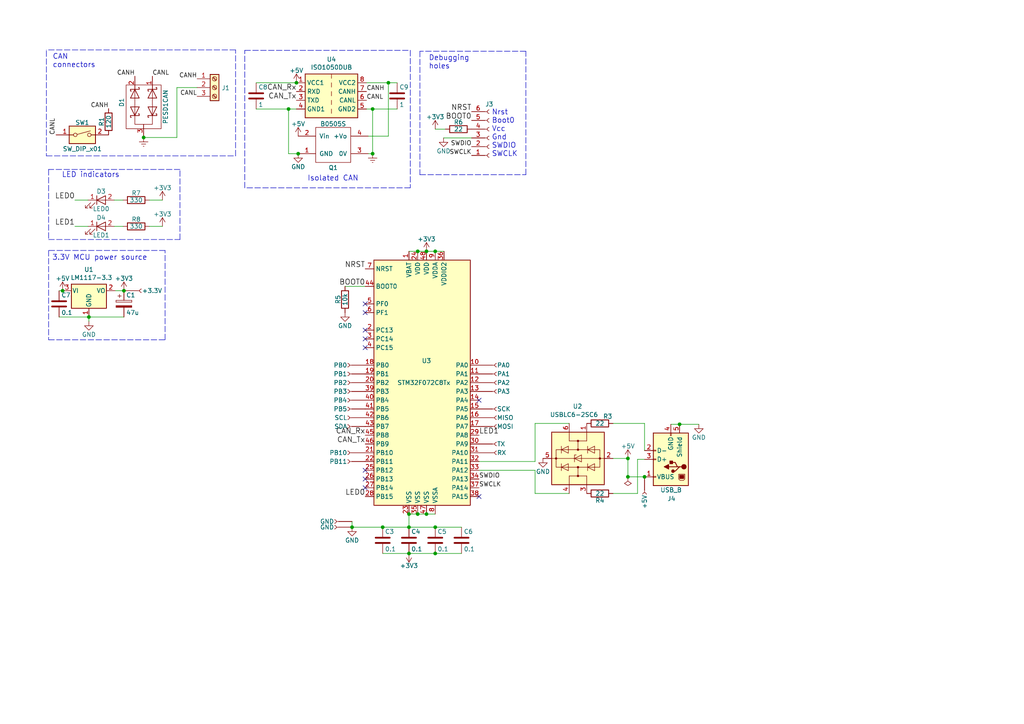
<source format=kicad_sch>
(kicad_sch (version 20211123) (generator eeschema)
  (paper "A4")
  (title_block (title "STM32F0x2 based USB<>CAN converter (isolated)") (company "SAO RAS"))
  (lib_symbols
    (symbol "Connector:Conn_01x01_Female" (pin_numbers hide) (pin_names (offset 1.016) hide)
      (property "Reference" "J" (at 0 2.54 0))
      (property "Value" "Conn_01x01_Female" (at 0 -2.54 0))
      (symbol "Conn_01x01_Female_1_1"
        (polyline (pts (xy -1.27 0) (xy -0.508 0)) (stroke (width 0.1524)))
        (arc (start 0 0.508) (mid -0.508 0) (end 0 -0.508) (stroke (width 0.1524)))
        (pin passive line (at -5.08 0 0) (length 3.81) (name "Pin_1") (number "1"))
      )
    )
    (symbol "Connector:Conn_01x06_Female" (pin_names (offset 1.016) hide)
      (property "Reference" "J" (at 0 7.62 0))
      (property "Value" "Conn_01x06_Female" (at 0 -10.16 0))
      (symbol "Conn_01x06_Female_1_1"
        (arc (start 0 -7.112) (mid -0.508 -7.62) (end 0 -8.128) (stroke (width 0.1524)))
        (arc (start 0 -4.572) (mid -0.508 -5.08) (end 0 -5.588) (stroke (width 0.1524)))
        (arc (start 0 -2.032) (mid -0.508 -2.54) (end 0 -3.048) (stroke (width 0.1524)))
        (polyline (pts (xy -1.27 -7.62) (xy -0.508 -7.62)) (stroke (width 0.1524)))
        (polyline (pts (xy -1.27 -5.08) (xy -0.508 -5.08)) (stroke (width 0.1524)))
        (polyline (pts (xy -1.27 -2.54) (xy -0.508 -2.54)) (stroke (width 0.1524)))
        (polyline (pts (xy -1.27 0) (xy -0.508 0)) (stroke (width 0.1524)))
        (polyline (pts (xy -1.27 2.54) (xy -0.508 2.54)) (stroke (width 0.1524)))
        (polyline (pts (xy -1.27 5.08) (xy -0.508 5.08)) (stroke (width 0.1524)))
        (arc (start 0 0.508) (mid -0.508 0) (end 0 -0.508) (stroke (width 0.1524)))
        (arc (start 0 3.048) (mid -0.508 2.54) (end 0 2.032) (stroke (width 0.1524)))
        (arc (start 0 5.588) (mid -0.508 5.08) (end 0 4.572) (stroke (width 0.1524)))
        (pin passive line (at -5.08 5.08 0) (length 3.81) (name "Pin_1") (number "1"))
        (pin passive line (at -5.08 2.54 0) (length 3.81) (name "Pin_2") (number "2"))
        (pin passive line (at -5.08 0 0) (length 3.81) (name "Pin_3") (number "3"))
        (pin passive line (at -5.08 -2.54 0) (length 3.81) (name "Pin_4") (number "4"))
        (pin passive line (at -5.08 -5.08 0) (length 3.81) (name "Pin_5") (number "5"))
        (pin passive line (at -5.08 -7.62 0) (length 3.81) (name "Pin_6") (number "6"))
      )
    )
    (symbol "Connector:Screw_Terminal_01x03" (pin_names (offset 1.016) hide)
      (property "Reference" "J" (at 0 5.08 0))
      (property "Value" "Screw_Terminal_01x03" (at 0 -5.08 0))
      (symbol "Screw_Terminal_01x03_1_1"
        (rectangle (start -1.27 3.81) (end 1.27 -3.81) (stroke (width 0.254)) (fill (type background)))
        (circle (center 0 -2.54) (radius 0.635) (stroke (width 0.1524)))
        (polyline (pts (xy -0.5334 -2.2098) (xy 0.3302 -3.048)) (stroke (width 0.1524)))
        (polyline (pts (xy -0.5334 0.3302) (xy 0.3302 -0.508)) (stroke (width 0.1524)))
        (polyline (pts (xy -0.5334 2.8702) (xy 0.3302 2.032)) (stroke (width 0.1524)))
        (polyline (pts (xy -0.3556 -2.032) (xy 0.508 -2.8702)) (stroke (width 0.1524)))
        (polyline (pts (xy -0.3556 0.508) (xy 0.508 -0.3302)) (stroke (width 0.1524)))
        (polyline (pts (xy -0.3556 3.048) (xy 0.508 2.2098)) (stroke (width 0.1524)))
        (circle (center 0 0) (radius 0.635) (stroke (width 0.1524)))
        (circle (center 0 2.54) (radius 0.635) (stroke (width 0.1524)))
        (pin passive line (at -5.08 2.54 0) (length 3.81) (name "Pin_1") (number "1"))
        (pin passive line (at -5.08 0 0) (length 3.81) (name "Pin_2") (number "2"))
        (pin passive line (at -5.08 -2.54 0) (length 3.81) (name "Pin_3") (number "3"))
      )
    )
    (symbol "Connector:USB_B" (pin_names (offset 1.016))
      (property "Reference" "J" (at -5.08 11.43 0))
      (property "Value" "USB_B" (at -5.08 8.89 0))
      (symbol "USB_B_0_1"
        (rectangle (start -5.08 -7.62) (end 5.08 7.62) (stroke (width 0.254)) (fill (type background)))
        (circle (center -3.81 2.159) (radius 0.635) (stroke (width 0.254)) (fill (type outline)))
        (rectangle (start -3.81 5.588) (end -2.54 4.572) (fill (type outline)))
        (circle (center -0.635 3.429) (radius 0.381) (stroke (width 0.254)) (fill (type outline)))
        (rectangle (start -0.127 -7.62) (end 0.127 -6.858))
        (polyline (pts (xy -1.905 2.159) (xy 0.635 2.159)) (stroke (width 0.254)))
        (polyline (pts (xy -3.175 2.159) (xy -2.54 2.159) (xy -1.27 3.429) (xy -0.635 3.429)) (stroke (width 0.254)))
        (polyline (pts (xy -2.54 2.159) (xy -1.905 2.159) (xy -1.27 0.889) (xy 0 0.889)) (stroke (width 0.254)))
        (polyline (pts (xy 0.635 2.794) (xy 0.635 1.524) (xy 1.905 2.159) (xy 0.635 2.794)) (stroke (width 0.254)) (fill (type outline)))
        (polyline (pts (xy -4.064 4.318) (xy -2.286 4.318) (xy -2.286 5.715) (xy -2.667 6.096) (xy -3.683 6.096) (xy -4.064 5.715) (xy -4.064 4.318)))
        (rectangle (start 0.254 1.27) (end -0.508 0.508) (stroke (width 0.254)) (fill (type outline)))
        (rectangle (start 5.08 -2.667) (end 4.318 -2.413))
        (rectangle (start 5.08 -0.127) (end 4.318 0.127))
        (rectangle (start 5.08 4.953) (end 4.318 5.207))
      )
      (symbol "USB_B_1_1"
        (pin power_out line (at 7.62 5.08 180) (length 2.54) (name "VBUS") (number "1"))
        (pin bidirectional line (at 7.62 -2.54 180) (length 2.54) (name "D-") (number "2"))
        (pin bidirectional line (at 7.62 0 180) (length 2.54) (name "D+") (number "3"))
        (pin power_out line (at 0 -10.16 90) (length 2.54) (name "GND") (number "4"))
        (pin passive line (at -2.54 -10.16 90) (length 2.54) (name "Shield") (number "5"))
      )
    )
    (symbol "Interface_CAN_LIN:ISO1050DUB"
      (property "Reference" "U" (at -6.35 6.35 0))
      (property "Value" "ISO1050DUB" (at 2.54 6.35 0))
      (symbol "ISO1050DUB_0_1"
        (rectangle (start -7.62 5.08) (end 7.62 -7.62) (stroke (width 0.254)) (fill (type background)))
        (polyline (pts (xy 0 -5.08) (xy 0 -6.35)))
        (polyline (pts (xy 0 -2.54) (xy 0 -3.81)))
        (polyline (pts (xy 0 0) (xy 0 -1.27)))
        (polyline (pts (xy 0 2.54) (xy 0 1.27)))
        (polyline (pts (xy 0 5.08) (xy 0 3.81)))
      )
      (symbol "ISO1050DUB_1_1"
        (pin power_in line (at -10.16 2.54 0) (length 2.54) (name "VCC1") (number "1"))
        (pin output line (at -10.16 0 0) (length 2.54) (name "RXD") (number "2"))
        (pin input line (at -10.16 -2.54 0) (length 2.54) (name "TXD") (number "3"))
        (pin power_in line (at -10.16 -5.08 0) (length 2.54) (name "GND1") (number "4"))
        (pin power_in line (at 10.16 -5.08 180) (length 2.54) (name "GND2") (number "5"))
        (pin bidirectional line (at 10.16 -2.54 180) (length 2.54) (name "CANL") (number "6"))
        (pin bidirectional line (at 10.16 0 180) (length 2.54) (name "CANH") (number "7"))
        (pin power_in line (at 10.16 2.54 180) (length 2.54) (name "VCC2") (number "8"))
      )
    )
    (symbol "MCU_ST_STM32F0:STM32F072C8Tx"
      (property "Reference" "U" (at -15.24 36.83 0))
      (property "Value" "STM32F072C8Tx" (at 7.62 36.83 0))
      (symbol "STM32F072C8Tx_0_1"
        (rectangle (start -15.24 -35.56) (end 12.7 35.56) (stroke (width 0.254)) (fill (type background)))
      )
      (symbol "STM32F072C8Tx_1_1"
        (pin power_in line (at -5.08 38.1 270) (length 2.54) (name "VBAT") (number "1"))
        (pin bidirectional line (at 15.24 5.08 180) (length 2.54) (name "PA0") (number "10"))
        (pin bidirectional line (at 15.24 2.54 180) (length 2.54) (name "PA1") (number "11"))
        (pin bidirectional line (at 15.24 0 180) (length 2.54) (name "PA2") (number "12"))
        (pin bidirectional line (at 15.24 -2.54 180) (length 2.54) (name "PA3") (number "13"))
        (pin bidirectional line (at 15.24 -5.08 180) (length 2.54) (name "PA4") (number "14"))
        (pin bidirectional line (at 15.24 -7.62 180) (length 2.54) (name "PA5") (number "15"))
        (pin bidirectional line (at 15.24 -10.16 180) (length 2.54) (name "PA6") (number "16"))
        (pin bidirectional line (at 15.24 -12.7 180) (length 2.54) (name "PA7") (number "17"))
        (pin bidirectional line (at -17.78 5.08 0) (length 2.54) (name "PB0") (number "18"))
        (pin bidirectional line (at -17.78 2.54 0) (length 2.54) (name "PB1") (number "19"))
        (pin bidirectional line (at -17.78 15.24 0) (length 2.54) (name "PC13") (number "2"))
        (pin bidirectional line (at -17.78 0 0) (length 2.54) (name "PB2") (number "20"))
        (pin bidirectional line (at -17.78 -20.32 0) (length 2.54) (name "PB10") (number "21"))
        (pin bidirectional line (at -17.78 -22.86 0) (length 2.54) (name "PB11") (number "22"))
        (pin power_in line (at -5.08 -38.1 90) (length 2.54) (name "VSS") (number "23"))
        (pin power_in line (at -2.54 38.1 270) (length 2.54) (name "VDD") (number "24"))
        (pin bidirectional line (at -17.78 -25.4 0) (length 2.54) (name "PB12") (number "25"))
        (pin bidirectional line (at -17.78 -27.94 0) (length 2.54) (name "PB13") (number "26"))
        (pin bidirectional line (at -17.78 -30.48 0) (length 2.54) (name "PB14") (number "27"))
        (pin bidirectional line (at -17.78 -33.02 0) (length 2.54) (name "PB15") (number "28"))
        (pin bidirectional line (at 15.24 -15.24 180) (length 2.54) (name "PA8") (number "29"))
        (pin bidirectional line (at -17.78 12.7 0) (length 2.54) (name "PC14") (number "3"))
        (pin bidirectional line (at 15.24 -17.78 180) (length 2.54) (name "PA9") (number "30"))
        (pin bidirectional line (at 15.24 -20.32 180) (length 2.54) (name "PA10") (number "31"))
        (pin bidirectional line (at 15.24 -22.86 180) (length 2.54) (name "PA11") (number "32"))
        (pin bidirectional line (at 15.24 -25.4 180) (length 2.54) (name "PA12") (number "33"))
        (pin bidirectional line (at 15.24 -27.94 180) (length 2.54) (name "PA13") (number "34"))
        (pin power_in line (at -2.54 -38.1 90) (length 2.54) (name "VSS") (number "35"))
        (pin power_in line (at 5.08 38.1 270) (length 2.54) (name "VDDIO2") (number "36"))
        (pin bidirectional line (at 15.24 -30.48 180) (length 2.54) (name "PA14") (number "37"))
        (pin bidirectional line (at 15.24 -33.02 180) (length 2.54) (name "PA15") (number "38"))
        (pin bidirectional line (at -17.78 -2.54 0) (length 2.54) (name "PB3") (number "39"))
        (pin bidirectional line (at -17.78 10.16 0) (length 2.54) (name "PC15") (number "4"))
        (pin bidirectional line (at -17.78 -5.08 0) (length 2.54) (name "PB4") (number "40"))
        (pin bidirectional line (at -17.78 -7.62 0) (length 2.54) (name "PB5") (number "41"))
        (pin bidirectional line (at -17.78 -10.16 0) (length 2.54) (name "PB6") (number "42"))
        (pin bidirectional line (at -17.78 -12.7 0) (length 2.54) (name "PB7") (number "43"))
        (pin input line (at -17.78 27.94 0) (length 2.54) (name "BOOT0") (number "44"))
        (pin bidirectional line (at -17.78 -15.24 0) (length 2.54) (name "PB8") (number "45"))
        (pin bidirectional line (at -17.78 -17.78 0) (length 2.54) (name "PB9") (number "46"))
        (pin power_in line (at 0 -38.1 90) (length 2.54) (name "VSS") (number "47"))
        (pin power_in line (at 0 38.1 270) (length 2.54) (name "VDD") (number "48"))
        (pin input line (at -17.78 22.86 0) (length 2.54) (name "PF0") (number "5"))
        (pin input line (at -17.78 20.32 0) (length 2.54) (name "PF1") (number "6"))
        (pin input line (at -17.78 33.02 0) (length 2.54) (name "NRST") (number "7"))
        (pin power_in line (at 2.54 -38.1 90) (length 2.54) (name "VSSA") (number "8"))
        (pin power_in line (at 2.54 38.1 270) (length 2.54) (name "VDDA") (number "9"))
      )
    )
    (symbol "Power_Protection:USBLC6-2SC6" (pin_names hide)
      (property "Reference" "U" (at 2.54 8.89 0))
      (property "Value" "USBLC6-2SC6" (at 2.54 -8.89 0))
      (symbol "USBLC6-2SC6_0_1"
        (rectangle (start -7.62 -7.62) (end 7.62 7.62) (stroke (width 0.254)) (fill (type background)))
        (circle (center -5.08 0) (radius 0.254) (fill (type outline)))
        (circle (center -2.54 0) (radius 0.254) (fill (type outline)))
        (rectangle (start -2.54 6.35) (end 2.54 -6.35))
        (circle (center 0 -6.35) (radius 0.254) (fill (type outline)))
        (polyline (pts (xy -5.08 -2.54) (xy -7.62 -2.54)))
        (polyline (pts (xy -5.08 0) (xy -5.08 -2.54)))
        (polyline (pts (xy -5.08 2.54) (xy -7.62 2.54)))
        (polyline (pts (xy -1.524 -2.794) (xy -3.556 -2.794)))
        (polyline (pts (xy -1.524 4.826) (xy -3.556 4.826)))
        (polyline (pts (xy 0 -7.62) (xy 0 -6.35)))
        (polyline (pts (xy 0 -6.35) (xy 0 1.27)))
        (polyline (pts (xy 0 1.27) (xy 0 6.35)))
        (polyline (pts (xy 0 6.35) (xy 0 7.62)))
        (polyline (pts (xy 1.524 -2.794) (xy 3.556 -2.794)))
        (polyline (pts (xy 1.524 4.826) (xy 3.556 4.826)))
        (polyline (pts (xy 5.08 -2.54) (xy 7.62 -2.54)))
        (polyline (pts (xy 5.08 0) (xy 5.08 -2.54)))
        (polyline (pts (xy 5.08 2.54) (xy 7.62 2.54)))
        (polyline (pts (xy -2.54 0) (xy -5.08 0) (xy -5.08 2.54)))
        (polyline (pts (xy 2.54 0) (xy 5.08 0) (xy 5.08 2.54)))
        (polyline (pts (xy -3.556 -4.826) (xy -1.524 -4.826) (xy -2.54 -2.794) (xy -3.556 -4.826)))
        (polyline (pts (xy -3.556 2.794) (xy -1.524 2.794) (xy -2.54 4.826) (xy -3.556 2.794)))
        (polyline (pts (xy -1.016 -1.016) (xy 1.016 -1.016) (xy 0 1.016) (xy -1.016 -1.016)))
        (polyline (pts (xy 1.016 1.016) (xy 0.762 1.016) (xy -1.016 1.016) (xy -1.016 0.508)))
        (polyline (pts (xy 3.556 -4.826) (xy 1.524 -4.826) (xy 2.54 -2.794) (xy 3.556 -4.826)))
        (polyline (pts (xy 3.556 2.794) (xy 1.524 2.794) (xy 2.54 4.826) (xy 3.556 2.794)))
        (circle (center 0 6.35) (radius 0.254) (fill (type outline)))
        (circle (center 2.54 0) (radius 0.254) (fill (type outline)))
        (circle (center 5.08 0) (radius 0.254) (fill (type outline)))
      )
      (symbol "USBLC6-2SC6_1_1"
        (pin passive line (at -10.16 -2.54 0) (length 2.54) (name "I/O1") (number "1"))
        (pin passive line (at 0 -10.16 90) (length 2.54) (name "GND") (number "2"))
        (pin passive line (at 10.16 -2.54 180) (length 2.54) (name "I/O2") (number "3"))
        (pin passive line (at 10.16 2.54 180) (length 2.54) (name "I/O2") (number "4"))
        (pin passive line (at 0 10.16 270) (length 2.54) (name "VBUS") (number "5"))
        (pin passive line (at -10.16 2.54 0) (length 2.54) (name "I/O1") (number "6"))
      )
    )
    (symbol "Regulator_Linear:LM1117-3.3" (pin_names (offset 0.254))
      (property "Reference" "U" (at -3.81 3.175 0))
      (property "Value" "LM1117-3.3" (at 0 3.175 0))
      (symbol "LM1117-3.3_0_1"
        (rectangle (start -5.08 -5.08) (end 5.08 1.905) (stroke (width 0.254)) (fill (type background)))
      )
      (symbol "LM1117-3.3_1_1"
        (pin power_in line (at 0 -7.62 90) (length 2.54) (name "GND") (number "1"))
        (pin power_out line (at 7.62 0 180) (length 2.54) (name "VO") (number "2"))
        (pin power_in line (at -7.62 0 0) (length 2.54) (name "VI") (number "3"))
      )
    )
    (symbol "Switch:SW_DIP_x01" (pin_names (offset 0) hide)
      (property "Reference" "SW" (at 0 3.81 0))
      (property "Value" "SW_DIP_x01" (at 0 -3.81 0))
      (symbol "SW_DIP_x01_0_0"
        (circle (center -2.032 0) (radius 0.508))
        (polyline (pts (xy -1.524 0.127) (xy 2.3622 1.1684)))
        (circle (center 2.032 0) (radius 0.508))
      )
      (symbol "SW_DIP_x01_0_1"
        (rectangle (start -3.81 2.54) (end 3.81 -2.54) (stroke (width 0.254)) (fill (type background)))
      )
      (symbol "SW_DIP_x01_1_1"
        (pin passive line (at -7.62 0 0) (length 5.08) (name "~") (number "1"))
        (pin passive line (at 7.62 0 180) (length 5.08) (name "~") (number "2"))
      )
    )
    (symbol "elements:B0505S" (pin_names (offset 1.016))
      (property "Reference" "Q?" (at 0 6.35 0))
      (property "Value" "B0505S" (at 0 -6.35 0))
      (symbol "B0505S_0_1"
        (rectangle (start -5.08 5.08) (end 5.08 -5.08))
      )
      (symbol "B0505S_1_1"
        (pin power_in line (at -10.16 -2.54 0) (length 5.08) (name "GND") (number "1"))
        (pin power_in line (at -10.16 2.54 0) (length 5.08) (name "Vin") (number "2"))
        (pin power_out line (at 10.16 -2.54 180) (length 5.08) (name "0V") (number "3"))
        (pin power_out line (at 10.16 2.54 180) (length 5.08) (name "+Vo") (number "4"))
      )
    )
    (symbol "elements:PESD1CAN" (pin_names (offset 0.762) hide)
      (property "Reference" "D" (at 0 -8.89 0))
      (property "Value" "PESD1CAN" (at 1.27 3.81 0))
      (symbol "PESD1CAN_0_1"
        (rectangle (start -5.08 2.54) (end 7.62 -7.62))
        (polyline (pts (xy -3.556 -5.08) (xy 3.81 -5.08)))
        (polyline (pts (xy -3.556 0) (xy 3.81 0)))
        (polyline (pts (xy -3.81 -3.81) (xy -3.81 -6.35) (xy -3.81 -6.35)) (stroke (width 0.2032)))
        (polyline (pts (xy -3.81 1.27) (xy -3.81 -1.27) (xy -3.81 -1.27)) (stroke (width 0.2032)))
        (polyline (pts (xy 3.81 -3.81) (xy 3.81 -6.35) (xy 3.81 -6.35)) (stroke (width 0.2032)))
        (polyline (pts (xy 3.81 1.27) (xy 3.81 -1.27) (xy 3.81 -1.27)) (stroke (width 0.2032)))
        (polyline (pts (xy -3.81 -3.81) (xy -4.318 -3.81) (xy -4.318 -4.064) (xy -4.318 -4.064)) (stroke (width 0.2032)))
        (polyline (pts (xy -3.81 1.27) (xy -4.318 1.27) (xy -4.318 1.016) (xy -4.318 1.016)) (stroke (width 0.2032)))
        (polyline (pts (xy 3.81 -6.35) (xy 4.318 -6.35) (xy 4.318 -6.096) (xy 4.318 -6.096)) (stroke (width 0.2032)))
        (polyline (pts (xy 3.81 -3.81) (xy 3.302 -3.81) (xy 3.302 -4.064) (xy 3.302 -4.064)) (stroke (width 0.2032)))
        (polyline (pts (xy 3.81 -1.27) (xy 4.318 -1.27) (xy 4.318 -1.016) (xy 4.318 -1.016)) (stroke (width 0.2032)))
        (polyline (pts (xy 3.81 0) (xy 6.35 0) (xy 6.35 -5.08) (xy 3.81 -5.08)))
        (polyline (pts (xy 3.81 1.27) (xy 3.302 1.27) (xy 3.302 1.016) (xy 3.302 1.016)) (stroke (width 0.2032)))
        (polyline (pts (xy -3.302 -6.096) (xy -3.302 -6.35) (xy -3.81 -6.35) (xy -3.81 -6.35) (xy -3.81 -6.35)) (stroke (width 0.2032)))
        (polyline (pts (xy -3.302 -1.016) (xy -3.302 -1.27) (xy -3.81 -1.27) (xy -3.81 -1.27) (xy -3.81 -1.27)) (stroke (width 0.2032)))
        (polyline (pts (xy -1.27 -6.35) (xy -3.81 -5.08) (xy -1.27 -3.81) (xy -1.27 -6.35) (xy -1.27 -6.35) (xy -1.27 -6.35)) (stroke (width 0.2032)))
        (polyline (pts (xy -1.27 -1.27) (xy -3.81 0) (xy -1.27 1.27) (xy -1.27 -1.27) (xy -1.27 -1.27) (xy -1.27 -1.27)) (stroke (width 0.2032)))
        (polyline (pts (xy 1.27 -3.81) (xy 3.81 -5.08) (xy 1.27 -6.35) (xy 1.27 -3.81) (xy 1.27 -3.81) (xy 1.27 -3.81)) (stroke (width 0.2032)))
        (polyline (pts (xy 1.27 1.27) (xy 3.81 0) (xy 1.27 -1.27) (xy 1.27 1.27) (xy 1.27 1.27) (xy 1.27 1.27)) (stroke (width 0.2032)))
        (pin passive line (at -7.62 0 0) (length 3.81) (name "K") (number "1"))
        (pin passive line (at -7.62 -5.08 0) (length 3.81) (name "K") (number "2"))
        (pin passive line (at 10.16 -2.54 180) (length 3.81) (name "O") (number "3"))
      )
    )
    (symbol "power:Earth" (power) (pin_names (offset 0))
      (symbol "Earth_0_1"
        (polyline (pts (xy -0.635 -1.905) (xy 0.635 -1.905)))
        (polyline (pts (xy -0.127 -2.54) (xy 0.127 -2.54)))
        (polyline (pts (xy 0 -1.27) (xy 0 0)))
        (polyline (pts (xy 1.27 -1.27) (xy -1.27 -1.27)))
      )
      (symbol "Earth_1_1"
        (pin power_in line (at 0 0 270) (length 0) hide (name "Earth") (number "1"))
      )
    )
    (symbol "stm32-rescue:+3.3V" (power) (pin_names (offset 0))
      (property "Value" "+3.3V" (at 0 3.556 0))
      (symbol "+3.3V_0_1"
        (polyline (pts (xy -0.762 1.27) (xy 0 2.54)))
        (polyline (pts (xy 0 0) (xy 0 2.54)))
        (polyline (pts (xy 0 2.54) (xy 0.762 1.27)))
      )
      (symbol "+3.3V_1_1"
        (pin power_in line (at 0 0 90) (length 0) hide (name "+3V3") (number "1"))
      )
    )
    (symbol "stm32-rescue:+5V" (power) (pin_names (offset 0))
      (property "Value" "+5V" (at 0 3.556 0))
      (symbol "+5V_0_1"
        (polyline (pts (xy -0.762 1.27) (xy 0 2.54)))
        (polyline (pts (xy 0 0) (xy 0 2.54)))
        (polyline (pts (xy 0 2.54) (xy 0.762 1.27)))
      )
      (symbol "+5V_1_1"
        (pin power_in line (at 0 0 90) (length 0) hide (name "+5V") (number "1"))
      )
    )
    (symbol "stm32-rescue:C" (pin_numbers hide) (pin_names (offset 0.254))
      (property "Reference" "C" (at 0.635 2.54 0))
      (property "Value" "C" (at 0.635 -2.54 0))
      (symbol "C_0_1"
        (polyline (pts (xy -2.032 -0.762) (xy 2.032 -0.762)) (stroke (width 0.508)))
        (polyline (pts (xy -2.032 0.762) (xy 2.032 0.762)) (stroke (width 0.508)))
      )
      (symbol "C_1_1"
        (pin passive line (at 0 3.81 270) (length 2.794) (name "~") (number "1"))
        (pin passive line (at 0 -3.81 90) (length 2.794) (name "~") (number "2"))
      )
    )
    (symbol "stm32-rescue:CONN_01X01" (pin_names (offset 1.016) hide)
      (property "Reference" "J" (at 0 2.54 0))
      (property "Value" "CONN_01X01" (at 2.54 0 90))
      (symbol "CONN_01X01_0_1"
        (rectangle (start -1.27 0.127) (end 0.254 -0.127))
        (rectangle (start -1.27 1.27) (end 1.27 -1.27))
      )
      (symbol "CONN_01X01_1_1"
        (pin passive line (at -5.08 0 0) (length 3.81) (name "P1") (number "1"))
      )
    )
    (symbol "stm32-rescue:CP" (pin_numbers hide) (pin_names (offset 0.254))
      (property "Reference" "C" (at 0.635 2.54 0))
      (property "Value" "CP" (at 0.635 -2.54 0))
      (symbol "CP_0_1"
        (rectangle (start -2.286 0.508) (end -2.286 1.016))
        (rectangle (start -2.286 0.508) (end 2.286 0.508))
        (polyline (pts (xy -1.778 2.286) (xy -0.762 2.286)))
        (polyline (pts (xy -1.27 2.794) (xy -1.27 1.778)))
        (rectangle (start 2.286 -0.508) (end -2.286 -1.016) (fill (type outline)))
        (rectangle (start 2.286 1.016) (end -2.286 1.016))
        (rectangle (start 2.286 1.016) (end 2.286 0.508))
      )
      (symbol "CP_1_1"
        (pin passive line (at 0 3.81 270) (length 2.794) (name "~") (number "1"))
        (pin passive line (at 0 -3.81 90) (length 2.794) (name "~") (number "2"))
      )
    )
    (symbol "stm32-rescue:GND" (power) (pin_names (offset 0))
      (property "Value" "GND" (at 0 -3.81 0))
      (symbol "GND_0_1"
        (polyline (pts (xy 0 0) (xy 0 -1.27) (xy 1.27 -1.27) (xy 0 -2.54) (xy -1.27 -1.27) (xy 0 -1.27)))
      )
      (symbol "GND_1_1"
        (pin power_in line (at 0 0 270) (length 0) hide (name "GND") (number "1"))
      )
    )
    (symbol "stm32-rescue:LED-RESCUE-stm32" (pin_names (offset 1.016) hide)
      (property "Reference" "D" (at 0 2.54 0))
      (property "Value" "LED-RESCUE-stm32" (at 0 -2.54 0))
      (symbol "LED-RESCUE-stm32_0_1"
        (polyline (pts (xy -1.27 -1.27) (xy -1.27 1.27)) (stroke (width 0.2032)))
        (polyline (pts (xy -1.27 0) (xy 1.27 0)))
        (polyline (pts (xy 1.27 -1.27) (xy 1.27 1.27) (xy -1.27 0) (xy 1.27 -1.27)) (stroke (width 0.2032)))
        (polyline (pts (xy -3.048 -0.762) (xy -4.572 -2.286) (xy -3.81 -2.286) (xy -4.572 -2.286) (xy -4.572 -1.524)))
        (polyline (pts (xy -1.778 -0.762) (xy -3.302 -2.286) (xy -2.54 -2.286) (xy -3.302 -2.286) (xy -3.302 -1.524)))
      )
      (symbol "LED-RESCUE-stm32_1_1"
        (pin passive line (at -3.81 0 0) (length 2.54) (name "K") (number "1"))
        (pin passive line (at 3.81 0 180) (length 2.54) (name "A") (number "2"))
      )
    )
    (symbol "stm32-rescue:PWR_FLAG" (power) (pin_numbers hide) (pin_names (offset 0) hide)
      (property "Value" "PWR_FLAG" (at 0 3.81 0))
      (symbol "PWR_FLAG_0_0"
        (pin power_out line (at 0 0 90) (length 0) (name "pwr") (number "1"))
      )
      (symbol "PWR_FLAG_0_1"
        (polyline (pts (xy 0 0) (xy 0 1.27) (xy -1.016 1.905) (xy 0 2.54) (xy 1.016 1.905) (xy 0 1.27)))
      )
    )
    (symbol "stm32-rescue:R" (pin_numbers hide) (pin_names (offset 0))
      (property "Reference" "R" (at 2.032 0 90))
      (property "Value" "R" (at 0 0 90))
      (symbol "R_0_1"
        (rectangle (start -1.016 -2.54) (end 1.016 2.54) (stroke (width 0.254)))
      )
      (symbol "R_1_1"
        (pin passive line (at 0 3.81 270) (length 1.27) (name "~") (number "1"))
        (pin passive line (at 0 -3.81 90) (length 1.27) (name "~") (number "2"))
      )
    )
  )
  (junction (at 85.979 24.003))
  (junction (at 83.693 31.623))
  (junction (at 126.238 72.898))
  (junction (at 126.238 160.528))
  (junction (at 118.618 160.528))
  (junction (at 182.118 132.969))
  (junction (at 121.158 149.098))
  (junction (at 121.158 72.898))
  (junction (at 186.944 138.303))
  (junction (at 35.941 84.328))
  (junction (at 41.656 39.878))
  (junction (at 108.077 31.623))
  (junction (at 126.238 152.908))
  (junction (at 108.077 44.577))
  (junction (at 123.698 72.898))
  (junction (at 118.618 152.908))
  (junction (at 112.649 24.003))
  (junction (at 18.161 84.328))
  (junction (at 182.118 138.303))
  (junction (at 118.618 149.098))
  (junction (at 102.108 152.908))
  (junction (at 86.487 44.577))
  (junction (at 110.998 152.908))
  (junction (at 123.698 149.098))
  (junction (at 25.781 91.948))
  (junction (at 197.104 123.063))
  (no_connect (at 105.918 138.938))
  (no_connect (at 105.918 136.398))
  (no_connect (at 105.918 98.298))
  (no_connect (at 138.938 144.018))
  (no_connect (at 105.918 100.838))
  (no_connect (at 323.85 199.898))
  (no_connect (at 323.85 180.848))
  (no_connect (at 105.918 95.758))
  (no_connect (at 105.918 88.138))
  (no_connect (at 105.918 141.478))
  (no_connect (at 323.85 187.198))
  (no_connect (at 138.938 116.078))
  (no_connect (at 105.918 90.678))
  (no_connect (at 323.85 193.548))
  (wire (pts (xy 21.717 58.039) (xy 25.527 58.039)))
  (wire (pts (xy 110.998 152.908) (xy 118.618 152.908)))
  (wire (pts (xy 177.8 122.809) (xy 186.944 122.809)))
  (wire (pts (xy 155.194 122.809) (xy 155.194 133.858)))
  (wire (pts (xy 121.158 72.898) (xy 123.698 72.898)))
  (wire (pts (xy 108.077 44.577) (xy 106.807 44.577)))
  (wire (pts (xy 128.651 40.005) (xy 136.779 40.005)))
  (wire (pts (xy 112.649 24.003) (xy 115.189 24.003)))
  (wire (pts (xy 126.238 37.465) (xy 129.159 37.465)))
  (wire (pts (xy 17.145 91.948) (xy 25.781 91.948)))
  (wire (pts (xy 197.104 123.063) (xy 202.692 123.063)))
  (wire (pts (xy 106.299 31.623) (xy 108.077 31.623)))
  (polyline (pts (xy 47.879 98.552) (xy 47.879 72.644)))
  (polyline (pts (xy 13.462 14.732) (xy 13.462 45.212)))
  (polyline (pts (xy 152.527 50.673) (xy 152.527 14.859)))
  (polyline (pts (xy 70.993 14.605) (xy 118.999 14.605)))
  (wire (pts (xy 51.308 25.4) (xy 51.308 39.878)))
  (wire (pts (xy 74.295 31.623) (xy 83.693 31.623)))
  (wire (pts (xy 123.698 72.898) (xy 126.238 72.898)))
  (wire (pts (xy 43.307 65.659) (xy 47.117 65.659)))
  (wire (pts (xy 25.781 91.948) (xy 35.941 91.948)))
  (wire (pts (xy 33.147 65.659) (xy 35.687 65.659)))
  (wire (pts (xy 83.693 31.623) (xy 85.979 31.623)))
  (wire (pts (xy 115.189 31.623) (xy 108.077 31.623)))
  (polyline (pts (xy 152.527 14.859) (xy 121.793 14.859)))
  (wire (pts (xy 118.618 149.098) (xy 121.158 149.098)))
  (wire (pts (xy 121.158 149.098) (xy 123.698 149.098)))
  (wire (pts (xy 123.698 149.098) (xy 126.238 149.098)))
  (wire (pts (xy 106.299 24.003) (xy 112.649 24.003)))
  (wire (pts (xy 126.238 152.908) (xy 133.858 152.908)))
  (wire (pts (xy 194.564 123.063) (xy 197.104 123.063)))
  (wire (pts (xy 177.8 143.129) (xy 184.912 143.129)))
  (wire (pts (xy 155.194 143.129) (xy 165.1 143.129)))
  (polyline (pts (xy 14.097 69.469) (xy 52.197 69.469)))
  (polyline (pts (xy 68.326 14.478) (xy 13.462 14.478)))
  (wire (pts (xy 184.912 133.223) (xy 184.912 143.129)))
  (wire (pts (xy 25.781 93.218) (xy 25.781 91.948)))
  (polyline (pts (xy 14.097 72.644) (xy 14.097 98.552)))
  (wire (pts (xy 43.307 58.039) (xy 47.117 58.039)))
  (wire (pts (xy 106.807 39.497) (xy 112.649 39.497)))
  (polyline (pts (xy 118.999 14.605) (xy 118.999 54.483)))
  (wire (pts (xy 110.998 160.528) (xy 118.618 160.528)))
  (polyline (pts (xy 52.197 69.469) (xy 52.197 49.149)))
  (polyline (pts (xy 13.462 45.212) (xy 68.326 45.212)))
  (wire (pts (xy 118.618 72.898) (xy 121.158 72.898)))
  (wire (pts (xy 21.717 65.659) (xy 25.527 65.659)))
  (wire (pts (xy 18.161 84.328) (xy 17.145 84.328)))
  (polyline (pts (xy 14.097 49.149) (xy 14.097 69.469)))
  (polyline (pts (xy 121.793 14.859) (xy 121.793 50.673)))
  (wire (pts (xy 57.15 25.4) (xy 51.308 25.4)))
  (wire (pts (xy 155.194 136.398) (xy 155.194 143.129)))
  (wire (pts (xy 112.649 39.497) (xy 112.649 24.003)))
  (wire (pts (xy 102.108 151.257) (xy 102.108 152.908)))
  (wire (pts (xy 41.656 39.878) (xy 51.308 39.878)))
  (wire (pts (xy 108.077 31.623) (xy 108.077 44.577)))
  (wire (pts (xy 83.693 44.577) (xy 83.693 31.623)))
  (wire (pts (xy 165.1 122.809) (xy 155.194 122.809)))
  (wire (pts (xy 100.076 83.058) (xy 105.918 83.058)))
  (wire (pts (xy 186.944 138.303) (xy 182.118 138.303)))
  (wire (pts (xy 118.618 152.908) (xy 118.618 149.098)))
  (wire (pts (xy 33.147 58.039) (xy 35.687 58.039)))
  (wire (pts (xy 33.401 84.328) (xy 35.941 84.328)))
  (polyline (pts (xy 121.793 50.673) (xy 152.527 50.673)))
  (polyline (pts (xy 68.326 45.212) (xy 68.326 14.478)))
  (wire (pts (xy 86.487 44.577) (xy 83.693 44.577)))
  (polyline (pts (xy 70.993 54.483) (xy 70.993 14.605)))
  (wire (pts (xy 184.912 133.223) (xy 186.944 133.223)))
  (wire (pts (xy 182.118 132.969) (xy 177.8 132.969)))
  (wire (pts (xy 138.938 133.858) (xy 155.194 133.858)))
  (wire (pts (xy 118.618 160.528) (xy 126.238 160.528)))
  (wire (pts (xy 102.108 152.908) (xy 110.998 152.908)))
  (wire (pts (xy 138.938 136.398) (xy 155.194 136.398)))
  (wire (pts (xy 118.618 152.908) (xy 126.238 152.908)))
  (wire (pts (xy 74.295 24.003) (xy 85.979 24.003)))
  (wire (pts (xy 126.238 72.898) (xy 128.778 72.898)))
  (wire (pts (xy 133.858 160.528) (xy 126.238 160.528)))
  (polyline (pts (xy 14.097 98.552) (xy 47.879 98.552)))
  (polyline (pts (xy 118.999 54.483) (xy 70.993 54.483)))
  (wire (pts (xy 186.944 122.809) (xy 186.944 130.683)))
  (polyline (pts (xy 52.197 49.149) (xy 14.097 49.149)))
  (polyline (pts (xy 47.879 72.644) (xy 14.097 72.644)))
  (wire (pts (xy 182.118 132.969) (xy 182.118 138.303)))
  (text "LED indicators" (at 17.907 51.689 0) (effects (font (size 1.524 1.524)) (justify left bottom)))
  (text "Isolated CAN" (at 104.013 52.705 180) (effects (font (size 1.524 1.524)) (justify right bottom)))
  (text "Debugging\nholes" (at 124.333 20.193 0) (effects (font (size 1.4986 1.4986)) (justify left bottom)))
  (text "3.3V MCU power source" (at 15.113 75.692 0) (effects (font (size 1.524 1.524)) (justify left bottom)))
  (text "Nrst\nBoot0\nVcc\nGnd\nSWDIO\nSWCLK" (at 142.621 45.593 0) (effects (font (size 1.4986 1.4986)) (justify left bottom)))
  (text "CAN\nconnectors" (at 15.24 19.812 0) (effects (font (size 1.4986 1.4986)) (justify left bottom)))
  (label "CANH" (at 106.299 26.543 0))
  (label "CAN_Tx" (at 105.918 128.778 180) (effects (font (size 1.524 1.524))))
  (label "CANL" (at 16.256 39.116 90))
  (label "CANH" (at 57.15 22.86 180))
  (label "CANL" (at 57.15 27.94 180))
  (label "NRST" (at 136.779 32.385 180) (effects (font (size 1.524 1.524))))
  (label "LED0" (at 105.918 144.018 180) (effects (font (size 1.524 1.524))))
  (label "LED1" (at 21.717 65.659 180) (effects (font (size 1.524 1.524))))
  (label "CANL" (at 106.299 29.083 0))
  (label "SWDIO" (at 138.938 138.938 0))
  (label "CAN_Rx" (at 105.918 126.238 180) (effects (font (size 1.524 1.524))))
  (label "CAN_Tx" (at 85.979 29.083 180) (effects (font (size 1.524 1.524))))
  (label "CANL" (at 44.196 22.098 0))
  (label "SWDIO" (at 136.779 42.545 180))
  (label "CANH" (at 39.116 22.098 180))
  (label "LED1" (at 138.938 126.238 0) (effects (font (size 1.524 1.524))))
  (label "BOOT0" (at 136.779 34.925 180) (effects (font (size 1.524 1.524))))
  (label "SWCLK" (at 136.779 45.085 180))
  (label "BOOT0" (at 105.918 83.058 180) (effects (font (size 1.524 1.524))))
  (label "CANH" (at 31.496 31.496 180))
  (label "SWCLK" (at 138.938 141.478 0))
  (label "CAN_Rx" (at 85.979 26.543 180) (effects (font (size 1.524 1.524))))
  (label "NRST" (at 105.918 77.978 180) (effects (font (size 1.524 1.524))))
  (label "LED0" (at 21.717 58.039 180) (effects (font (size 1.524 1.524))))
  (symbol (lib_id "stm32-rescue:C") (at 110.998 156.718 0) (unit 1)
    (property "Reference" "C3" (at 111.633 154.178 0) (effects (justify left)))
    (property "Value" "0.1" (at 111.633 159.258 0) (effects (justify left)))
    (property "Footprint" "Capacitor_SMD:C_0603_1608Metric_Pad1.05x0.95mm_HandSolder" (effects hide))
  )
  (symbol (lib_id "stm32-rescue:+5V") (at 18.161 84.328 0) (unit 1)
    (property "Reference" "#PWR01" (effects hide))
    (property "Value" "+5V" (at 18.161 80.772 0))
  )
  (symbol (lib_id "stm32-rescue:GND") (at 25.781 93.218 0) (unit 1)
    (property "Reference" "#PWR02" (effects hide))
    (property "Value" "GND" (at 25.781 97.028 0))
  )
  (symbol (lib_id "stm32-rescue:CP") (at 35.941 88.138 0) (unit 1)
    (property "Reference" "C1" (at 36.576 85.598 0) (effects (justify left)))
    (property "Value" "47u" (at 36.576 90.678 0) (effects (justify left)))
    (property "Footprint" "Capacitor_Tantalum_SMD:CP_EIA-3216-18_Kemet-A_Pad1.58x1.35mm_HandSolder" (effects hide))
  )
  (symbol (lib_id "stm32-rescue:+3.3V") (at 35.941 84.328 0) (unit 1)
    (property "Reference" "#PWR04" (effects hide))
    (property "Value" "+3.3V" (at 35.941 80.772 0))
  )
  (symbol (lib_id "elements:PESD1CAN") (at 44.196 29.718 270) (unit 1)
    (property "Reference" "D1" (at 35.306 29.718 0))
    (property "Value" "PESD1CAN" (at 48.006 30.988 0))
    (property "Footprint" "TO_SOT_Packages_SMD:SOT-23" (effects hide))
  )
  (symbol (lib_id "stm32-rescue:R") (at 31.496 35.306 180) (unit 1)
    (property "Reference" "R1" (at 29.464 35.306 90))
    (property "Value" "120" (at 31.496 35.306 90))
    (property "Footprint" "Resistor_SMD:R_1210_3225Metric_Pad1.42x2.65mm_HandSolder" (effects hide))
  )
  (symbol (lib_id "stm32-rescue:LED-RESCUE-stm32") (at 29.337 58.039 0) (unit 1)
    (property "Reference" "D3" (at 29.337 55.499 0))
    (property "Value" "LED0" (at 29.337 60.579 0))
    (property "Footprint" "LED_SMD:LED_0805_2012Metric_Pad1.15x1.40mm_HandSolder" (effects hide))
  )
  (symbol (lib_id "stm32-rescue:R") (at 39.497 58.039 90) (unit 1)
    (property "Reference" "R7" (at 39.497 56.007 90))
    (property "Value" "330" (at 39.497 58.039 90))
    (property "Footprint" "Resistor_SMD:R_0603_1608Metric_Pad1.05x0.95mm_HandSolder" (effects hide))
  )
  (symbol (lib_id "stm32-rescue:+3.3V") (at 47.117 58.039 0) (unit 1)
    (property "Reference" "#PWR019" (effects hide))
    (property "Value" "+3.3V" (at 47.117 54.483 0))
  )
  (symbol (lib_id "stm32-rescue:C") (at 118.618 156.718 0) (unit 1)
    (property "Reference" "C4" (at 119.253 154.178 0) (effects (justify left)))
    (property "Value" "0.1" (at 119.253 159.258 0) (effects (justify left)))
    (property "Footprint" "Capacitor_SMD:C_0603_1608Metric_Pad1.05x0.95mm_HandSolder" (effects hide))
  )
  (symbol (lib_id "stm32-rescue:C") (at 126.238 156.718 0) (unit 1)
    (property "Reference" "C5" (at 126.873 154.178 0) (effects (justify left)))
    (property "Value" "0.1" (at 126.873 159.258 0) (effects (justify left)))
    (property "Footprint" "Capacitor_SMD:C_0603_1608Metric_Pad1.05x0.95mm_HandSolder" (effects hide))
  )
  (symbol (lib_id "stm32-rescue:LED-RESCUE-stm32") (at 29.337 65.659 0) (unit 1)
    (property "Reference" "D4" (at 29.337 63.119 0))
    (property "Value" "LED1" (at 29.337 68.199 0))
    (property "Footprint" "LED_SMD:LED_0805_2012Metric_Pad1.15x1.40mm_HandSolder" (effects hide))
  )
  (symbol (lib_id "stm32-rescue:R") (at 39.497 65.659 90) (unit 1)
    (property "Reference" "R8" (at 39.497 63.627 90))
    (property "Value" "330" (at 39.497 65.659 90))
    (property "Footprint" "Resistor_SMD:R_0603_1608Metric_Pad1.05x0.95mm_HandSolder" (effects hide))
  )
  (symbol (lib_id "stm32-rescue:+3.3V") (at 47.117 65.659 0) (unit 1)
    (property "Reference" "#PWR020" (effects hide))
    (property "Value" "+3.3V" (at 47.117 62.103 0))
  )
  (symbol (lib_id "stm32-rescue:+3.3V") (at 118.618 160.528 180) (unit 1)
    (property "Reference" "#PWR09" (effects hide))
    (property "Value" "+3.3V" (at 118.618 164.084 0))
  )
  (symbol (lib_id "stm32-rescue:GND") (at 102.108 152.908 0) (unit 1)
    (property "Reference" "#PWR08" (effects hide))
    (property "Value" "GND" (at 102.108 156.718 0))
  )
  (symbol (lib_id "stm32-rescue:GND") (at 157.48 132.969 0) (unit 1)
    (property "Reference" "#PWR014" (effects hide))
    (property "Value" "GND" (at 157.48 136.779 0))
  )
  (symbol (lib_id "stm32-rescue:C") (at 133.858 156.718 0) (unit 1)
    (property "Reference" "C6" (at 134.493 154.178 0) (effects (justify left)))
    (property "Value" "0.1" (at 134.493 159.258 0) (effects (justify left)))
    (property "Footprint" "Capacitor_SMD:C_0603_1608Metric_Pad1.05x0.95mm_HandSolder" (effects hide))
  )
  (symbol (lib_id "stm32-rescue:PWR_FLAG") (at 182.118 138.303 180) (unit 1)
    (property "Reference" "#FLG01" (effects hide))
    (property "Value" "PWR_FLAG" (effects hide))
  )
  (symbol (lib_id "stm32-rescue:R") (at 100.076 86.868 180) (unit 1)
    (property "Reference" "R5" (at 98.044 86.868 90))
    (property "Value" "10k" (at 100.076 86.868 90))
    (property "Footprint" "Resistor_SMD:R_0603_1608Metric_Pad1.05x0.95mm_HandSolder" (effects hide))
  )
  (symbol (lib_id "stm32-rescue:CONN_01X01") (at 328.93 180.848 0) (unit 1)
    (property "Reference" "P1" (at 328.93 178.308 0))
    (property "Value" "Hole" (at 331.47 180.848 90))
    (property "Footprint" "my_footprints:Hole_3mm" (effects hide))
  )
  (symbol (lib_id "stm32-rescue:CONN_01X01") (at 328.93 187.198 0) (unit 1)
    (property "Reference" "P2" (at 328.93 184.658 0))
    (property "Value" "Hole" (at 331.47 187.198 90))
    (property "Footprint" "my_footprints:Hole_3mm" (effects hide))
  )
  (symbol (lib_id "stm32-rescue:CONN_01X01") (at 328.93 193.548 0) (unit 1)
    (property "Reference" "P3" (at 328.93 191.008 0))
    (property "Value" "Hole" (at 331.47 193.548 90))
    (property "Footprint" "my_footprints:Hole_3mm" (effects hide))
  )
  (symbol (lib_id "stm32-rescue:CONN_01X01") (at 328.93 199.898 0) (unit 1)
    (property "Reference" "P4" (at 328.93 197.358 0))
    (property "Value" "Hole" (at 331.47 199.898 90))
    (property "Footprint" "my_footprints:Hole_3mm" (effects hide))
  )
  (symbol (lib_id "stm32-rescue:R") (at 173.99 122.809 270) (unit 1)
    (property "Reference" "R3" (at 176.276 120.777 90))
    (property "Value" "22" (at 173.99 122.809 90))
    (property "Footprint" "Resistor_SMD:R_0603_1608Metric_Pad1.05x0.95mm_HandSolder" (effects hide))
  )
  (symbol (lib_id "stm32-rescue:R") (at 173.99 143.129 270) (unit 1)
    (property "Reference" "R4" (at 173.99 145.161 90))
    (property "Value" "22" (at 173.99 143.129 90))
    (property "Footprint" "Resistor_SMD:R_0603_1608Metric_Pad1.05x0.95mm_HandSolder" (effects hide))
  )
  (symbol (lib_id "Interface_CAN_LIN:ISO1050DUB") (at 96.139 26.543 0) (unit 1)
    (property "Reference" "U4" (at 96.139 17.2212 0))
    (property "Value" "ISO1050DUB" (at 96.139 19.5326 0))
    (property "Footprint" "Package_SO:SOP-8_6.62x9.15mm_P2.54mm" (effects hide))
    (property "Datasheet" "http://www.ti.com/lit/ds/symlink/iso1050.pdf" (effects hide))
  )
  (symbol (lib_id "elements:B0505S") (at 96.647 42.037 0) (unit 1)
    (property "Reference" "Q1" (at 96.647 48.641 0))
    (property "Value" "B0505S" (at 96.647 35.941 0))
    (property "Footprint" "my_footprints:B0x0xS" (effects hide))
  )
  (symbol (lib_id "Connector:USB_B") (at 194.564 133.223 180) (unit 1)
    (property "Reference" "J4" (at 193.548 144.653 0) (effects (justify right)))
    (property "Value" "USB_B" (at 191.516 142.113 0) (effects (justify right)))
    (property "Footprint" "Connector_USB:USB_B_Lumberg_2411_02_Horizontal" (effects hide))
    (property "Datasheet" " ~" (effects hide))
  )
  (symbol (lib_id "stm32-rescue:GND") (at 202.692 123.063 0) (unit 1)
    (property "Reference" "#PWR018" (effects hide))
    (property "Value" "GND" (at 202.692 126.873 0))
  )
  (symbol (lib_id "MCU_ST_STM32F0:STM32F072C8Tx") (at 123.698 110.998 0) (unit 1)
    (property "Reference" "U3" (at 123.698 104.648 0))
    (property "Value" "STM32F072C8Tx" (at 122.936 110.998 0))
    (property "Footprint" "Package_QFP:LQFP-48_7x7mm_P0.5mm" (effects hide))
    (property "Datasheet" "http://www.st.com/st-web-ui/static/active/en/resource/technical/document/datasheet/DM00090510.pdf" (effects hide))
  )
  (symbol (lib_id "stm32-rescue:+3.3V") (at 123.698 72.898 0) (unit 1)
    (property "Reference" "#PWR010" (effects hide))
    (property "Value" "+3.3V" (at 123.698 69.342 0))
  )
  (symbol (lib_id "Connector:Screw_Terminal_01x03") (at 62.23 25.4 0) (unit 1)
    (property "Reference" "J1" (at 64.262 25.5016 0) (effects (justify left)))
    (property "Value" "Screw_Terminal_01x03" (effects hide))
    (property "Footprint" "TerminalBlock_Phoenix:TerminalBlock_Phoenix_MKDS-1,5-3_1x03_P5.00mm_Horizontal" (effects hide))
  )
  (symbol (lib_id "Connector:Conn_01x06_Female") (at 141.859 40.005 0) (mirror x) (unit 1)
    (property "Reference" "J3" (at 140.716 30.226 0) (effects (justify left)))
    (property "Value" "SWDetc" (effects hide))
    (property "Footprint" "Connector_PinHeader_1.27mm:PinHeader_1x06_P1.27mm_Vertical" (effects hide))
  )
  (symbol (lib_id "stm32-rescue:GND") (at 128.651 40.005 0) (unit 1)
    (property "Reference" "#PWR015" (effects hide))
    (property "Value" "GND" (at 128.651 43.815 0))
  )
  (symbol (lib_id "stm32-rescue:R") (at 132.969 37.465 90) (unit 1)
    (property "Reference" "R6" (at 132.969 35.433 90))
    (property "Value" "22" (at 132.969 37.465 90))
    (property "Footprint" "Resistor_SMD:R_0603_1608Metric_Pad1.05x0.95mm_HandSolder" (effects hide))
  )
  (symbol (lib_id "stm32-rescue:+3.3V") (at 126.238 37.465 0) (unit 1)
    (property "Reference" "#PWR016" (effects hide))
    (property "Value" "+3.3V" (at 126.238 33.909 0))
  )
  (symbol (lib_id "Switch:SW_DIP_x01") (at 23.876 39.116 0) (unit 1)
    (property "Reference" "SW1" (at 23.876 35.56 0))
    (property "Value" "SW_DIP_x01" (at 23.876 43.18 0))
    (property "Footprint" "Button_Switch_THT:SW_DIP_SPSTx01_Slide_6.7x4.1mm_W7.62mm_P2.54mm_LowProfile" (effects hide))
  )
  (symbol (lib_id "stm32-rescue:+5V") (at 86.487 39.497 0) (unit 1)
    (property "Reference" "#PWR012" (effects hide))
    (property "Value" "+5V" (at 86.487 35.941 0))
  )
  (symbol (lib_id "stm32-rescue:+5V") (at 85.979 24.003 0) (unit 1)
    (property "Reference" "#PWR011" (effects hide))
    (property "Value" "+5V" (at 85.979 20.447 0))
  )
  (symbol (lib_id "Regulator_Linear:LM1117-3.3") (at 25.781 84.328 0) (unit 1)
    (property "Reference" "U1" (at 25.781 78.1812 0))
    (property "Value" "LM1117-3.3" (at 26.543 80.518 0))
    (property "Footprint" "TO_SOT_Packages_SMD:SOT-223-3_TabPin2" (effects hide))
    (property "Datasheet" "http://www.ti.com/lit/ds/symlink/lm1117.pdf" (effects hide))
  )
  (symbol (lib_id "stm32-rescue:C") (at 17.145 88.138 0) (unit 1)
    (property "Reference" "C7" (at 17.78 85.598 0) (effects (justify left)))
    (property "Value" "0.1" (at 17.78 90.678 0) (effects (justify left)))
    (property "Footprint" "Capacitor_SMD:C_0603_1608Metric_Pad1.05x0.95mm_HandSolder" (effects hide))
  )
  (symbol (lib_id "stm32-rescue:C") (at 115.189 27.813 0) (unit 1)
    (property "Reference" "C9" (at 115.824 25.273 0) (effects (justify left)))
    (property "Value" "1" (at 115.824 30.353 0) (effects (justify left)))
    (property "Footprint" "Capacitor_SMD:C_0805_2012Metric_Pad1.15x1.40mm_HandSolder" (effects hide))
  )
  (symbol (lib_id "stm32-rescue:C") (at 74.295 27.813 0) (unit 1)
    (property "Reference" "C8" (at 74.93 25.273 0) (effects (justify left)))
    (property "Value" "1" (at 74.93 30.353 0) (effects (justify left)))
    (property "Footprint" "Capacitor_SMD:C_0805_2012Metric_Pad1.15x1.40mm_HandSolder" (effects hide))
  )
  (symbol (lib_id "power:Earth") (at 41.656 39.878 0) (unit 1)
    (property "Reference" "#PWR0107" (effects hide))
    (property "Value" "Earth" (effects hide))
  )
  (symbol (lib_id "power:Earth") (at 108.077 44.577 0) (unit 1)
    (property "Reference" "#PWR0104" (effects hide))
    (property "Value" "Earth" (effects hide))
  )
  (symbol (lib_id "stm32-rescue:GND") (at 86.487 44.577 0) (unit 1)
    (property "Reference" "#PWR0106" (effects hide))
    (property "Value" "GND" (at 86.487 48.387 0))
  )
  (symbol (lib_id "Connector:Conn_01x01_Female") (at 100.838 113.538 180) (unit 1)
    (property "Reference" "J16" (effects hide))
    (property "Value" "PB3" (at 100.711 113.538 0) (effects (justify left)))
    (property "Footprint" "TestPoint:TestPoint_THTPad_1.5x1.5mm_Drill0.7mm" (effects hide))
  )
  (symbol (lib_id "Power_Protection:USBLC6-2SC6") (at 167.64 132.969 90) (mirror x) (unit 1)
    (property "Reference" "U2" (at 167.513 117.856 90))
    (property "Value" "USBLC6-2SC6" (at 166.497 120.269 90))
    (property "Footprint" "Package_TO_SOT_SMD:SOT-23-6_Handsoldering" (effects hide))
    (property "Datasheet" "https://www.st.com/resource/en/datasheet/usblc6-2.pdf" (effects hide))
  )
  (symbol (lib_id "Connector:Conn_01x01_Female") (at 144.018 105.918 0) (unit 1)
    (property "Reference" "J21" (effects hide))
    (property "Value" "PA0" (at 144.145 105.918 0) (effects (justify left)))
    (property "Footprint" "TestPoint:TestPoint_THTPad_1.0x1.0mm_Drill0.5mm" (effects hide))
  )
  (symbol (lib_id "Connector:Conn_01x01_Female") (at 100.838 108.458 180) (unit 1)
    (property "Reference" "J12" (effects hide))
    (property "Value" "PB1" (at 100.711 108.458 0) (effects (justify left)))
    (property "Footprint" "TestPoint:TestPoint_THTPad_1.5x1.5mm_Drill0.7mm" (effects hide))
  )
  (symbol (lib_id "Connector:Conn_01x01_Female") (at 100.838 133.858 180) (unit 1)
    (property "Reference" "J26" (effects hide))
    (property "Value" "PB11" (at 100.711 133.858 0) (effects (justify left)))
    (property "Footprint" "TestPoint:TestPoint_THTPad_1.5x1.5mm_Drill0.7mm" (effects hide))
  )
  (symbol (lib_id "Connector:Conn_01x01_Female") (at 144.018 131.318 0) (unit 1)
    (property "Reference" "J8" (effects hide))
    (property "Value" "RX" (at 144.145 131.318 0) (effects (justify left)))
    (property "Footprint" "TestPoint:TestPoint_THTPad_1.5x1.5mm_Drill0.7mm" (effects hide))
  )
  (symbol (lib_id "Connector:Conn_01x01_Female") (at 97.028 152.908 180) (unit 1)
    (property "Reference" "J18" (effects hide))
    (property "Value" "GND" (at 96.901 152.908 0) (effects (justify left)))
    (property "Footprint" "TestPoint:TestPoint_THTPad_1.5x1.5mm_Drill0.7mm" (effects hide))
  )
  (symbol (lib_id "Connector:Conn_01x01_Female") (at 144.018 118.618 0) (unit 1)
    (property "Reference" "J2" (effects hide))
    (property "Value" "SCK" (at 144.145 118.618 0) (effects (justify left)))
    (property "Footprint" "TestPoint:TestPoint_THTPad_1.5x1.5mm_Drill0.7mm" (effects hide))
  )
  (symbol (lib_id "Connector:Conn_01x01_Female") (at 97.028 151.257 180) (unit 1)
    (property "Reference" "J17" (effects hide))
    (property "Value" "GND" (at 96.901 151.257 0) (effects (justify left)))
    (property "Footprint" "TestPoint:TestPoint_THTPad_1.5x1.5mm_Drill0.7mm" (effects hide))
  )
  (symbol (lib_id "Connector:Conn_01x01_Female") (at 144.018 128.778 0) (unit 1)
    (property "Reference" "J7" (effects hide))
    (property "Value" "TX" (at 144.145 128.778 0) (effects (justify left)))
    (property "Footprint" "TestPoint:TestPoint_THTPad_1.5x1.5mm_Drill0.7mm" (effects hide))
  )
  (symbol (lib_id "Connector:Conn_01x01_Female") (at 100.838 131.318 180) (unit 1)
    (property "Reference" "J25" (effects hide))
    (property "Value" "PB10" (at 100.711 131.318 0) (effects (justify left)))
    (property "Footprint" "TestPoint:TestPoint_THTPad_1.5x1.5mm_Drill0.7mm" (effects hide))
  )
  (symbol (lib_id "Connector:Conn_01x01_Female") (at 100.838 116.078 180) (unit 1)
    (property "Reference" "J13" (effects hide))
    (property "Value" "PB4" (at 100.711 116.078 0) (effects (justify left)))
    (property "Footprint" "TestPoint:TestPoint_THTPad_1.5x1.5mm_Drill0.7mm" (effects hide))
  )
  (symbol (lib_id "Connector:Conn_01x01_Female") (at 100.838 118.618 180) (unit 1)
    (property "Reference" "J14" (effects hide))
    (property "Value" "PB5" (at 100.711 118.618 0) (effects (justify left)))
    (property "Footprint" "TestPoint:TestPoint_THTPad_1.5x1.5mm_Drill0.7mm" (effects hide))
  )
  (symbol (lib_id "Connector:Conn_01x01_Female") (at 100.838 123.698 180) (unit 1)
    (property "Reference" "J10" (effects hide))
    (property "Value" "SDA" (at 100.711 123.698 0) (effects (justify left)))
    (property "Footprint" "TestPoint:TestPoint_THTPad_1.5x1.5mm_Drill0.7mm" (effects hide))
  )
  (symbol (lib_id "Connector:Conn_01x01_Female") (at 100.838 121.158 180) (unit 1)
    (property "Reference" "J9" (effects hide))
    (property "Value" "SCL" (at 100.711 121.158 0) (effects (justify left)))
    (property "Footprint" "TestPoint:TestPoint_THTPad_1.5x1.5mm_Drill0.7mm" (effects hide))
  )
  (symbol (lib_id "Connector:Conn_01x01_Female") (at 144.018 121.158 0) (unit 1)
    (property "Reference" "J5" (effects hide))
    (property "Value" "MISO" (at 144.145 121.158 0) (effects (justify left)))
    (property "Footprint" "TestPoint:TestPoint_THTPad_1.5x1.5mm_Drill0.7mm" (effects hide))
  )
  (symbol (lib_id "Connector:Conn_01x01_Female") (at 144.018 110.998 0) (unit 1)
    (property "Reference" "J23" (effects hide))
    (property "Value" "PA2" (at 144.145 110.998 0) (effects (justify left)))
    (property "Footprint" "TestPoint:TestPoint_THTPad_1.0x1.0mm_Drill0.5mm" (effects hide))
  )
  (symbol (lib_id "stm32-rescue:GND") (at 100.076 90.678 0) (unit 1)
    (property "Reference" "#PWR0102" (effects hide))
    (property "Value" "GND" (at 100.076 94.488 0))
  )
  (symbol (lib_id "stm32-rescue:+5V") (at 182.118 132.969 0) (unit 1)
    (property "Reference" "#PWR0101" (effects hide))
    (property "Value" "+5V" (at 182.118 129.413 0))
  )
  (symbol (lib_id "Connector:Conn_01x01_Female") (at 186.944 143.383 270) (unit 1)
    (property "Reference" "J20" (effects hide))
    (property "Value" "+5V" (at 186.944 143.51 0) (effects (justify left)))
    (property "Footprint" "TestPoint:TestPoint_THTPad_1.5x1.5mm_Drill0.7mm" (effects hide))
  )
  (symbol (lib_id "Connector:Conn_01x01_Female") (at 41.021 84.328 0) (unit 1)
    (property "Reference" "J19" (effects hide))
    (property "Value" "+3.3V" (at 41.148 84.328 0) (effects (justify left)))
    (property "Footprint" "TestPoint:TestPoint_THTPad_1.5x1.5mm_Drill0.7mm" (effects hide))
  )
  (symbol (lib_id "Connector:Conn_01x01_Female") (at 144.018 113.538 0) (unit 1)
    (property "Reference" "J24" (effects hide))
    (property "Value" "PA3" (at 144.145 113.538 0) (effects (justify left)))
    (property "Footprint" "TestPoint:TestPoint_THTPad_1.0x1.0mm_Drill0.5mm" (effects hide))
  )
  (symbol (lib_id "Connector:Conn_01x01_Female") (at 100.838 105.918 180) (unit 1)
    (property "Reference" "J11" (effects hide))
    (property "Value" "PB0" (at 100.711 105.918 0) (effects (justify left)))
    (property "Footprint" "TestPoint:TestPoint_THTPad_1.5x1.5mm_Drill0.7mm" (effects hide))
  )
  (symbol (lib_id "Connector:Conn_01x01_Female") (at 144.018 123.698 0) (unit 1)
    (property "Reference" "J6" (effects hide))
    (property "Value" "MOSI" (at 144.145 123.698 0) (effects (justify left)))
    (property "Footprint" "TestPoint:TestPoint_THTPad_1.5x1.5mm_Drill0.7mm" (effects hide))
  )
  (symbol (lib_id "Connector:Conn_01x01_Female") (at 100.838 110.998 180) (unit 1)
    (property "Reference" "J15" (effects hide))
    (property "Value" "PB2" (at 100.711 110.998 0) (effects (justify left)))
    (property "Footprint" "TestPoint:TestPoint_THTPad_1.5x1.5mm_Drill0.7mm" (effects hide))
  )
  (symbol (lib_id "Connector:Conn_01x01_Female") (at 144.018 108.458 0) (unit 1)
    (property "Reference" "J22" (effects hide))
    (property "Value" "PA1" (at 144.145 108.458 0) (effects (justify left)))
    (property "Footprint" "TestPoint:TestPoint_THTPad_1.0x1.0mm_Drill0.5mm" (effects hide))
  )
)
</source>
